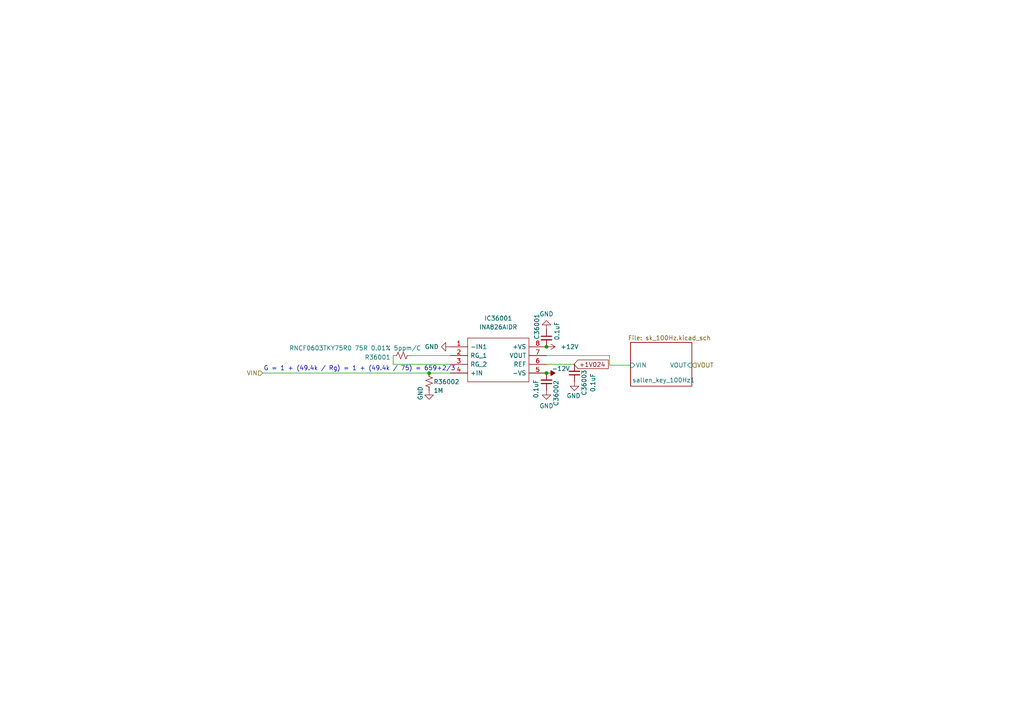
<source format=kicad_sch>
(kicad_sch (version 20231120) (generator "eeschema") (generator_version "8.0")
  (paper "A4")
  (lib_symbols
    (symbol "Device:C_Small" (pin_numbers hide) (pin_names (offset 0.254) hide)
      (property "Reference" "C" (at 0.254 1.778 0))
      (property "Value" "C_Small" (at 0.254 -2.032 0))
      (symbol "C_Small_0_1"
        (polyline (pts (xy -1.524 -0.508) (xy 1.524 -0.508)) (stroke (width 0.3302)))
        (polyline (pts (xy -1.524 0.508) (xy 1.524 0.508)) (stroke (width 0.3048)))
      )
      (symbol "C_Small_1_1"
        (pin passive line (at 0 2.54 270) (length 2.032) (name "~") (number "1"))
        (pin passive line (at 0 -2.54 90) (length 2.032) (name "~") (number "2"))
      )
    )
    (symbol "Device:R_Small_US" (pin_numbers hide) (pin_names (offset 0.254) hide)
      (property "Reference" "R" (at 0.762 0.508 0))
      (property "Value" "R_Small_US" (at 0.762 -1.016 0))
      (symbol "R_Small_US_1_1"
        (polyline (pts (xy 0 0) (xy 1.016 -0.381) (xy 0 -0.762) (xy -1.016 -1.143) (xy 0 -1.524)))
        (polyline (pts (xy 0 1.524) (xy 1.016 1.143) (xy 0 0.762) (xy -1.016 0.381) (xy 0 0)))
        (pin passive line (at 0 2.54 270) (length 1.016) (name "~") (number "1"))
        (pin passive line (at 0 -2.54 90) (length 1.016) (name "~") (number "2"))
      )
    )
    (symbol "aaa:INA826AIDR" (pin_names (offset 0.762))
      (property "Reference" "IC" (at 24.13 7.62 0))
      (property "Value" "INA826AIDR" (at 24.13 5.08 0))
      (symbol "INA826AIDR_0_0"
        (pin passive line (at 0 0 0) (length 5.08) (name "-IN1") (number "1"))
        (pin passive line (at 0 -2.54 0) (length 5.08) (name "RG_1") (number "2"))
        (pin passive line (at 0 -5.08 0) (length 5.08) (name "RG_2") (number "3"))
        (pin passive line (at 0 -7.62 0) (length 5.08) (name "+IN") (number "4"))
        (pin passive line (at 27.94 -7.62 180) (length 5.08) (name "-VS") (number "5"))
        (pin passive line (at 27.94 -5.08 180) (length 5.08) (name "REF") (number "6"))
        (pin passive line (at 27.94 -2.54 180) (length 5.08) (name "VOUT") (number "7"))
        (pin passive line (at 27.94 0 180) (length 5.08) (name "+VS") (number "8"))
      )
      (symbol "INA826AIDR_0_1"
        (polyline (pts (xy 5.08 2.54) (xy 22.86 2.54) (xy 22.86 -10.16) (xy 5.08 -10.16) (xy 5.08 2.54)) (stroke (width 0.1524)))
      )
    )
    (symbol "power:+12V" (power) (pin_numbers hide) (pin_names (offset 0) hide)
      (property "Value" "+12V" (at 0 3.556 0))
      (symbol "+12V_0_1"
        (polyline (pts (xy -0.762 1.27) (xy 0 2.54)))
        (polyline (pts (xy 0 0) (xy 0 2.54)))
        (polyline (pts (xy 0 2.54) (xy 0.762 1.27)))
      )
      (symbol "+12V_1_1"
        (pin power_in line (at 0 0 90) (length 0) (name "~") (number "1"))
      )
    )
    (symbol "power:-12V" (power) (pin_numbers hide) (pin_names (offset 0) hide)
      (property "Value" "-12V" (at 0 3.556 0))
      (symbol "-12V_0_0"
        (pin power_in line (at 0 0 90) (length 0) (name "~") (number "1"))
      )
      (symbol "-12V_0_1"
        (polyline (pts (xy 0 0) (xy 0 1.27) (xy 0.762 1.27) (xy 0 2.54) (xy -0.762 1.27) (xy 0 1.27)) (fill (type outline)))
      )
    )
    (symbol "power:GND" (power) (pin_names (offset 0))
      (property "Value" "GND" (at 0 -3.81 0))
      (symbol "GND_0_1"
        (polyline (pts (xy 0 0) (xy 0 -1.27) (xy 1.27 -1.27) (xy 0 -2.54) (xy -1.27 -1.27) (xy 0 -1.27)))
      )
      (symbol "GND_1_1"
        (pin power_in line (at 0 0 270) (length 0) hide (name "GND") (number "1"))
      )
    )
  )
  (junction (at 158.496 100.584))
  (junction (at 124.46 108.204))
  (junction (at 158.496 108.204))
  (wire (pts (xy 124.46 108.204) (xy 130.556 108.204)))
  (wire (pts (xy 114.046 105.664) (xy 130.556 105.664)))
  (wire (pts (xy 176.784 105.918) (xy 176.784 103.124)))
  (wire (pts (xy 176.784 105.918) (xy 182.88 105.918)))
  (wire (pts (xy 114.046 103.124) (xy 114.046 105.664)))
  (wire (pts (xy 158.496 103.124) (xy 176.784 103.124)))
  (wire (pts (xy 158.496 105.664) (xy 166.624 105.664)))
  (wire (pts (xy 119.126 103.124) (xy 130.556 103.124)))
  (wire (pts (xy 124.46 108.204) (xy 76.2 108.204)))
  (text "G = 1 + (49.4k / Rg) = 1 + (49.4k / 75) = 659+2/3" (at 76.454 107.696 0) (effects (font (size 1.27 1.27)) (justify left bottom)))
  (global_label "+1V024" (shape input) (at 166.497 105.664 0) (property "Intersheetrefs" "${INTERSHEET_REFS}" (effects (hide yes))))
  (hierarchical_label "VOUT" (shape input) (at 200.66 105.918 0))
  (hierarchical_label "VIN" (shape input) (at 76.2 108.204 180))
  (symbol (lib_id "power:GND") (at 158.496 113.284 0) (unit 1)
    (property "Reference" "#PWR315" (effects (hide yes)))
    (property "Value" "GND" (at 158.496 117.729 0))
    (instances (project "analog_i" (path "" (reference "#PWR315") (unit 1))) (project "analog_frontend_panel" (path "" (reference "#PWR34009") (unit 1))))
  )
  (symbol (lib_id "Device:C_Small") (at 158.496 110.744 180) (unit 1)
    (property "Reference" "C36002" (at 161.29 114.046 90))
    (property "Value" "0.1uF" (at 155.448 112.776 90))
    (property "Footprint" "Capacitor_SMD:C_0402_1005Metric" (effects (hide yes)))
    (instances (project "analog_i" (path "" (reference "C36002") (unit 1))) (project "analog_frontend_panel" (path "" (reference "C34004") (unit 1))))
  )
  (symbol (lib_id "power:+12V") (at 158.496 100.584 270) (unit 1)
    (property "Reference" "#PWR310" (effects (hide yes)))
    (property "Value" "+12V" (at 162.56 100.5839 90) (effects (justify left)))
    (property "Description" "Power symbol creates a global label with name \"+12V\"" (effects (hide yes)))
    (instances (project "analog_i" (path "" (reference "#PWR310") (unit 1))) (project "" (path "" (reference "#PWR34007") (unit 1))))
  )
  (symbol (lib_id "power:-12V") (at 158.496 108.204 270) (unit 1)
    (property "Reference" "#PWR311" (effects (hide yes)))
    (property "Value" "-12V" (at 160.02 106.934 90) (effects (justify left)))
    (property "Description" "Power symbol creates a global label with name \"-12V\"" (effects (hide yes)))
    (instances (project "analog_i" (path "" (reference "#PWR311") (unit 1))) (project "" (path "" (reference "#PWR34008") (unit 1))))
  )
  (symbol (lib_id "power:GND") (at 166.624 110.744 0) (unit 1)
    (property "Reference" "#PWR314" (effects (hide yes)))
    (property "Value" "GND" (at 168.402 114.808 0) (effects (justify right)))
    (instances (project "analog_i" (path "" (reference "#PWR314") (unit 1))) (project "analog_frontend_panel" (path "" (reference "#PWR34006") (unit 1))))
  )
  (symbol (lib_id "aaa:INA826AIDR") (at 130.556 100.584 0) (unit 1)
    (property "Reference" "IC36001" (at 144.526 92.329 0))
    (property "Value" "INA826AIDR" (at 144.526 94.869 0))
    (property "Footprint" "aaa:SOIC127P600X175-8N" (effects (hide yes)))
    (property "Datasheet" "http://www.ti.com/lit/gpn/ina826" (effects (hide yes)))
    (property "Description" "Precision, 200-uA Supply Current, 36-V Supply Instrumentation Amplifier" (effects (hide yes)))
    (property "Height" "1.75" (effects (hide yes)))
    (property "Manufacturer_Name" "Texas Instruments" (effects (hide yes)))
    (property "Manufacturer_Part_Number" "INA826AIDR" (effects (hide yes)))
    (property "Mouser Part Number" "595-INA826AIDR" (effects (hide yes)))
    (property "Mouser Price/Stock" "https://www.mouser.co.uk/ProductDetail/Texas-Instruments/INA826AIDR?qs=RqytGdBYyUFuQNJtlkA6aQ%3D%3D" (effects (hide yes)))
    (property "Arrow Part Number" "INA826AIDR" (effects (hide yes)))
    (property "Arrow Price/Stock" "https://www.arrow.com/en/products/ina826aidr/texas-instruments?region=nac" (effects (hide yes)))
    (property "LCSC" "C38433" (effects (hide yes)))
    (instances (project "analog_i" (path "" (reference "IC36001") (unit 1))) (project "analog_frontend_panel" (path "" (reference "IC32002") (unit 1))))
  )
  (symbol (lib_id "Device:R_Small_US") (at 116.586 103.124 270) (unit 1)
    (property "Reference" "R36001" (at 113.284 103.632 90) (effects (justify right)))
    (property "Value" "RNCF0603TKY75R0 75R 0.01% 5ppm/C" (at 122.174 100.965 90) (effects (justify right)))
    (property "Footprint" "Resistor_SMD:R_0603_1608Metric" (effects (hide yes)))
    (property "LCSC" "C2482496" (effects (hide yes)))
    (instances (project "analog_i" (path "" (reference "R36001") (unit 1))) (project "analog_frontend_panel" (path "" (reference "R32003") (unit 1))))
  )
  (symbol (lib_id "Device:R_Small_US") (at 124.46 110.744 0) (unit 1)
    (property "Reference" "R36002" (at 125.73 110.744 0) (effects (justify left)))
    (property "Value" "1M" (at 125.73 113.284 0) (effects (justify left)))
    (property "Footprint" "Resistor_SMD:R_0402_1005Metric" (effects (hide yes)))
    (instances (project "analog_i" (path "" (reference "R36002") (unit 1))) (project "analog_frontend_panel" (path "" (reference "R32004") (unit 1))))
  )
  (symbol (lib_id "power:GND") (at 124.46 113.284 0) (unit 1)
    (property "Reference" "#PWR210" (effects (hide yes)))
    (property "Value" "GND" (at 121.92 112.014 90) (effects (justify right)))
    (instances (project "analog_i" (path "" (reference "#PWR210") (unit 1))) (project "analog_frontend_panel" (path "" (reference "#PWR32008") (unit 1))))
  )
  (symbol (lib_id "power:GND") (at 130.556 100.584 270) (unit 1)
    (property "Reference" "#PWR211" (effects (hide yes)))
    (property "Value" "GND" (at 127.254 100.5839 90) (effects (justify right)))
    (instances (project "analog_i" (path "" (reference "#PWR211") (unit 1))) (project "analog_frontend_panel" (path "" (reference "#PWR32009") (unit 1))))
  )
  (symbol (lib_id "Device:C_Small") (at 158.496 98.044 0) (unit 1)
    (property "Reference" "C36001" (at 155.702 94.742 90))
    (property "Value" "0.1uF" (at 161.544 96.012 90))
    (property "Footprint" "Capacitor_SMD:C_0402_1005Metric" (effects (hide yes)))
    (instances (project "analog_i" (path "" (reference "C36001") (unit 1))) (project "analog_frontend_panel" (path "" (reference "C32005") (unit 1))))
  )
  (symbol (lib_id "power:GND") (at 158.496 95.504 180) (unit 1)
    (property "Reference" "#PWR213" (effects (hide yes)))
    (property "Value" "GND" (at 158.496 91.059 0))
    (instances (project "analog_i" (path "" (reference "#PWR213") (unit 1))) (project "analog_frontend_panel" (path "" (reference "#PWR32011") (unit 1))))
  )
  (symbol (lib_id "Device:C_Small") (at 166.624 108.204 180) (unit 1)
    (property "Reference" "C36003" (at 169.418 110.998 90))
    (property "Value" "0.1uF" (at 171.958 110.998 90))
    (property "Footprint" "Capacitor_SMD:C_0402_1005Metric" (effects (hide yes)))
    (instances (project "analog_i" (path "" (reference "C36003") (unit 1))) (project "analog_frontend_panel" (path "" (reference "C34003") (unit 1))))
  )
  (sheet (at 182.88 99.314) (size 17.78 12.7) (stroke (width 0.1524))
    (property "Sheetname" "sallen_key_100Hz1" (at 183.388 110.998 0) (effects (justify left bottom)))
    (property "Sheetfile" "sk_100Hz.kicad_sch" (at 182.118 97.282 0) (effects (justify left top)))
    (pin "VIN" input (at 182.88 105.918 180))
    (pin "VOUT" input (at 200.66 105.918 0))
  )
)
</source>
